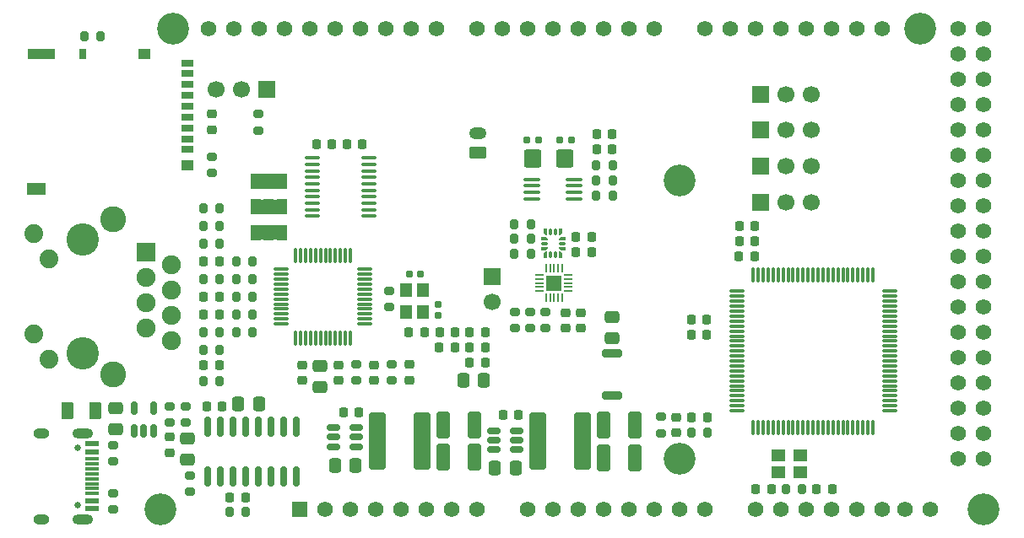
<source format=gbr>
%TF.GenerationSoftware,KiCad,Pcbnew,9.0.2*%
%TF.CreationDate,2025-05-22T22:55:18-04:00*%
%TF.ProjectId,ArduinoMega_Ethernet,41726475-696e-46f4-9d65-67615f457468,rev?*%
%TF.SameCoordinates,Original*%
%TF.FileFunction,Soldermask,Top*%
%TF.FilePolarity,Negative*%
%FSLAX46Y46*%
G04 Gerber Fmt 4.6, Leading zero omitted, Abs format (unit mm)*
G04 Created by KiCad (PCBNEW 9.0.2) date 2025-05-22 22:55:18*
%MOMM*%
%LPD*%
G01*
G04 APERTURE LIST*
G04 Aperture macros list*
%AMRoundRect*
0 Rectangle with rounded corners*
0 $1 Rounding radius*
0 $2 $3 $4 $5 $6 $7 $8 $9 X,Y pos of 4 corners*
0 Add a 4 corners polygon primitive as box body*
4,1,4,$2,$3,$4,$5,$6,$7,$8,$9,$2,$3,0*
0 Add four circle primitives for the rounded corners*
1,1,$1+$1,$2,$3*
1,1,$1+$1,$4,$5*
1,1,$1+$1,$6,$7*
1,1,$1+$1,$8,$9*
0 Add four rect primitives between the rounded corners*
20,1,$1+$1,$2,$3,$4,$5,0*
20,1,$1+$1,$4,$5,$6,$7,0*
20,1,$1+$1,$6,$7,$8,$9,0*
20,1,$1+$1,$8,$9,$2,$3,0*%
%AMFreePoly0*
4,1,19,0.079643,0.182453,0.084467,0.178033,0.290533,-0.028033,0.312215,-0.074529,0.312500,-0.081066,0.312500,-0.125000,0.294953,-0.173209,0.250524,-0.198861,0.237500,-0.200000,-0.237500,-0.200000,-0.285709,-0.182453,-0.311361,-0.138024,-0.312500,-0.125000,-0.312500,0.125000,-0.294953,0.173209,-0.250524,0.198861,-0.237500,0.200000,0.031434,0.200000,0.079643,0.182453,0.079643,0.182453,
$1*%
%AMFreePoly1*
4,1,19,0.285709,0.182453,0.311361,0.138024,0.312500,0.125000,0.312500,0.081066,0.294953,0.032857,0.290533,0.028033,0.084467,-0.178033,0.037971,-0.199715,0.031434,-0.200000,-0.237500,-0.200000,-0.285709,-0.182453,-0.311361,-0.138024,-0.312500,-0.125000,-0.312500,0.125000,-0.294953,0.173209,-0.250524,0.198861,-0.237500,0.200000,0.237500,0.200000,0.285709,0.182453,0.285709,0.182453,
$1*%
%AMFreePoly2*
4,1,19,0.173209,0.294953,0.198861,0.250524,0.200000,0.237500,0.200000,-0.237500,0.182453,-0.285709,0.138024,-0.311361,0.125000,-0.312500,-0.125000,-0.312500,-0.173209,-0.294953,-0.198861,-0.250524,-0.200000,-0.237500,-0.200000,0.031434,-0.182453,0.079643,-0.178033,0.084467,0.028033,0.290533,0.074529,0.312215,0.081066,0.312500,0.125000,0.312500,0.173209,0.294953,0.173209,0.294953,
$1*%
%AMFreePoly3*
4,1,19,-0.032857,0.294953,-0.028033,0.290533,0.178033,0.084467,0.199715,0.037971,0.200000,0.031434,0.200000,-0.237500,0.182453,-0.285709,0.138024,-0.311361,0.125000,-0.312500,-0.125000,-0.312500,-0.173209,-0.294953,-0.198861,-0.250524,-0.200000,-0.237500,-0.200000,0.237500,-0.182453,0.285709,-0.138024,0.311361,-0.125000,0.312500,-0.081066,0.312500,-0.032857,0.294953,-0.032857,0.294953,
$1*%
%AMFreePoly4*
4,1,19,0.285709,0.182453,0.311361,0.138024,0.312500,0.125000,0.312500,-0.125000,0.294953,-0.173209,0.250524,-0.198861,0.237500,-0.200000,-0.031434,-0.200000,-0.079643,-0.182453,-0.084467,-0.178033,-0.290533,0.028033,-0.312215,0.074529,-0.312500,0.081066,-0.312500,0.125000,-0.294953,0.173209,-0.250524,0.198861,-0.237500,0.200000,0.237500,0.200000,0.285709,0.182453,0.285709,0.182453,
$1*%
%AMFreePoly5*
4,1,19,0.285709,0.182453,0.311361,0.138024,0.312500,0.125000,0.312500,-0.125000,0.294953,-0.173209,0.250524,-0.198861,0.237500,-0.200000,-0.237500,-0.200000,-0.285709,-0.182453,-0.311361,-0.138024,-0.312500,-0.125000,-0.312500,-0.081066,-0.294953,-0.032857,-0.290533,-0.028033,-0.084467,0.178033,-0.037971,0.199715,-0.031434,0.200000,0.237500,0.200000,0.285709,0.182453,0.285709,0.182453,
$1*%
%AMFreePoly6*
4,1,19,0.173209,0.294953,0.198861,0.250524,0.200000,0.237500,0.200000,-0.031434,0.182453,-0.079643,0.178033,-0.084467,-0.028033,-0.290533,-0.074529,-0.312215,-0.081066,-0.312500,-0.125000,-0.312500,-0.173209,-0.294953,-0.198861,-0.250524,-0.200000,-0.237500,-0.200000,0.237500,-0.182453,0.285709,-0.138024,0.311361,-0.125000,0.312500,0.125000,0.312500,0.173209,0.294953,0.173209,0.294953,
$1*%
%AMFreePoly7*
4,1,19,0.173209,0.294953,0.198861,0.250524,0.200000,0.237500,0.200000,-0.237500,0.182453,-0.285709,0.138024,-0.311361,0.125000,-0.312500,0.081066,-0.312500,0.032857,-0.294953,0.028033,-0.290533,-0.178033,-0.084467,-0.199715,-0.037971,-0.200000,-0.031434,-0.200000,0.237500,-0.182453,0.285709,-0.138024,0.311361,-0.125000,0.312500,0.125000,0.312500,0.173209,0.294953,0.173209,0.294953,
$1*%
G04 Aperture macros list end*
%ADD10RoundRect,0.250000X-0.600000X-2.600000X0.600000X-2.600000X0.600000X2.600000X-0.600000X2.600000X0*%
%ADD11RoundRect,0.155000X-0.155000X0.212500X-0.155000X-0.212500X0.155000X-0.212500X0.155000X0.212500X0*%
%ADD12RoundRect,0.155000X0.212500X0.155000X-0.212500X0.155000X-0.212500X-0.155000X0.212500X-0.155000X0*%
%ADD13RoundRect,0.155000X-0.212500X-0.155000X0.212500X-0.155000X0.212500X0.155000X-0.212500X0.155000X0*%
%ADD14RoundRect,0.200000X0.200000X0.275000X-0.200000X0.275000X-0.200000X-0.275000X0.200000X-0.275000X0*%
%ADD15RoundRect,0.050000X-0.050000X0.375000X-0.050000X-0.375000X0.050000X-0.375000X0.050000X0.375000X0*%
%ADD16RoundRect,0.050000X-0.375000X0.050000X-0.375000X-0.050000X0.375000X-0.050000X0.375000X0.050000X0*%
%ADD17R,1.650000X1.650000*%
%ADD18RoundRect,0.200000X0.275000X-0.200000X0.275000X0.200000X-0.275000X0.200000X-0.275000X-0.200000X0*%
%ADD19RoundRect,0.218750X0.256250X-0.218750X0.256250X0.218750X-0.256250X0.218750X-0.256250X-0.218750X0*%
%ADD20RoundRect,0.100000X-0.637500X-0.100000X0.637500X-0.100000X0.637500X0.100000X-0.637500X0.100000X0*%
%ADD21R,1.700000X1.700000*%
%ADD22C,1.700000*%
%ADD23RoundRect,0.225000X0.225000X0.250000X-0.225000X0.250000X-0.225000X-0.250000X0.225000X-0.250000X0*%
%ADD24RoundRect,0.200000X-0.200000X-0.275000X0.200000X-0.275000X0.200000X0.275000X-0.200000X0.275000X0*%
%ADD25RoundRect,0.250000X-0.412500X-1.100000X0.412500X-1.100000X0.412500X1.100000X-0.412500X1.100000X0*%
%ADD26R,1.000000X1.500000*%
%ADD27RoundRect,0.075000X-0.662500X-0.075000X0.662500X-0.075000X0.662500X0.075000X-0.662500X0.075000X0*%
%ADD28RoundRect,0.075000X-0.075000X-0.662500X0.075000X-0.662500X0.075000X0.662500X-0.075000X0.662500X0*%
%ADD29RoundRect,0.250000X0.625000X-0.350000X0.625000X0.350000X-0.625000X0.350000X-0.625000X-0.350000X0*%
%ADD30O,1.750000X1.200000*%
%ADD31RoundRect,0.225000X-0.225000X-0.250000X0.225000X-0.250000X0.225000X0.250000X-0.225000X0.250000X0*%
%ADD32RoundRect,0.150000X0.150000X-0.512500X0.150000X0.512500X-0.150000X0.512500X-0.150000X-0.512500X0*%
%ADD33FreePoly0,90.000000*%
%ADD34RoundRect,0.100000X0.100000X-0.212500X0.100000X0.212500X-0.100000X0.212500X-0.100000X-0.212500X0*%
%ADD35FreePoly1,90.000000*%
%ADD36FreePoly2,90.000000*%
%ADD37RoundRect,0.100000X0.212500X-0.100000X0.212500X0.100000X-0.212500X0.100000X-0.212500X-0.100000X0*%
%ADD38FreePoly3,90.000000*%
%ADD39FreePoly4,90.000000*%
%ADD40FreePoly5,90.000000*%
%ADD41FreePoly6,90.000000*%
%ADD42FreePoly7,90.000000*%
%ADD43RoundRect,0.225000X0.250000X-0.225000X0.250000X0.225000X-0.250000X0.225000X-0.250000X-0.225000X0*%
%ADD44RoundRect,0.225000X-0.250000X0.225000X-0.250000X-0.225000X0.250000X-0.225000X0.250000X0.225000X0*%
%ADD45RoundRect,0.250000X-0.475000X0.337500X-0.475000X-0.337500X0.475000X-0.337500X0.475000X0.337500X0*%
%ADD46RoundRect,0.250000X0.475000X-0.337500X0.475000X0.337500X-0.475000X0.337500X-0.475000X-0.337500X0*%
%ADD47RoundRect,0.218750X-0.218750X-0.256250X0.218750X-0.256250X0.218750X0.256250X-0.218750X0.256250X0*%
%ADD48RoundRect,0.200000X-0.275000X0.200000X-0.275000X-0.200000X0.275000X-0.200000X0.275000X0.200000X0*%
%ADD49R,1.200000X1.400000*%
%ADD50RoundRect,0.200000X-0.800000X0.200000X-0.800000X-0.200000X0.800000X-0.200000X0.800000X0.200000X0*%
%ADD51RoundRect,0.250000X-0.337500X-0.475000X0.337500X-0.475000X0.337500X0.475000X-0.337500X0.475000X0*%
%ADD52C,3.250000*%
%ADD53C,2.600000*%
%ADD54C,1.890000*%
%ADD55R,1.900000X1.900000*%
%ADD56C,1.900000*%
%ADD57RoundRect,0.150000X0.150000X-0.825000X0.150000X0.825000X-0.150000X0.825000X-0.150000X-0.825000X0*%
%ADD58RoundRect,0.250000X0.337500X0.475000X-0.337500X0.475000X-0.337500X-0.475000X0.337500X-0.475000X0*%
%ADD59R,1.200000X0.700000*%
%ADD60R,0.800000X1.000000*%
%ADD61R,1.200000X1.000000*%
%ADD62R,2.800000X1.000000*%
%ADD63R,1.900000X1.300000*%
%ADD64RoundRect,0.150000X-0.512500X-0.150000X0.512500X-0.150000X0.512500X0.150000X-0.512500X0.150000X0*%
%ADD65RoundRect,0.100000X-0.712500X-0.100000X0.712500X-0.100000X0.712500X0.100000X-0.712500X0.100000X0*%
%ADD66C,3.200000*%
%ADD67C,1.562000*%
%ADD68RoundRect,0.102000X0.679000X-0.679000X0.679000X0.679000X-0.679000X0.679000X-0.679000X-0.679000X0*%
%ADD69C,0.650000*%
%ADD70R,1.450000X0.600000*%
%ADD71R,1.450000X0.300000*%
%ADD72O,2.100000X1.000000*%
%ADD73O,1.600000X1.000000*%
%ADD74R,1.400000X1.200000*%
%ADD75RoundRect,0.250000X0.375000X0.625000X-0.375000X0.625000X-0.375000X-0.625000X0.375000X-0.625000X0*%
%ADD76RoundRect,0.250000X0.625000X0.650000X-0.625000X0.650000X-0.625000X-0.650000X0.625000X-0.650000X0*%
G04 APERTURE END LIST*
%TO.C,JP2*%
G36*
X126350000Y-85782500D02*
G01*
X127950000Y-85782500D01*
X127950000Y-87282500D01*
X126350000Y-87282500D01*
X126350000Y-85782500D01*
G37*
%TO.C,JP1*%
G36*
X126350000Y-83232500D02*
G01*
X127950000Y-83232500D01*
X127950000Y-84732500D01*
X126350000Y-84732500D01*
X126350000Y-83232500D01*
G37*
%TO.C,JP3*%
G36*
X126350000Y-80675000D02*
G01*
X127950000Y-80675000D01*
X127950000Y-82175000D01*
X126350000Y-82175000D01*
X126350000Y-80675000D01*
G37*
%TD*%
D10*
%TO.C,L2*%
X154100000Y-107500000D03*
X158600000Y-107500000D03*
%TD*%
%TO.C,L1*%
X138050000Y-107500000D03*
X142550000Y-107500000D03*
%TD*%
D11*
%TO.C,C30*%
X144100000Y-93765000D03*
X144100000Y-94900000D03*
%TD*%
D12*
%TO.C,C28*%
X142367500Y-90700000D03*
X141232500Y-90700000D03*
%TD*%
D13*
%TO.C,C45*%
X153032500Y-77300000D03*
X154167500Y-77300000D03*
%TD*%
D12*
%TO.C,C44*%
X157467500Y-77300000D03*
X156332500Y-77300000D03*
%TD*%
D14*
%TO.C,R27*%
X125532000Y-89428000D03*
X123882000Y-89428000D03*
%TD*%
D15*
%TO.C,U7*%
X156558000Y-90169500D03*
X156158000Y-90169500D03*
X155758000Y-90169500D03*
X155358000Y-90169500D03*
X154958000Y-90169500D03*
D16*
X154308000Y-90819500D03*
X154308000Y-91219500D03*
X154308000Y-91619500D03*
X154308000Y-92019500D03*
X154308000Y-92419500D03*
D15*
X154958000Y-93069500D03*
X155358000Y-93069500D03*
X155758000Y-93069500D03*
X156158000Y-93069500D03*
X156558000Y-93069500D03*
D16*
X157208000Y-92419500D03*
X157208000Y-92019500D03*
X157208000Y-91619500D03*
X157208000Y-91219500D03*
X157208000Y-90819500D03*
D17*
X155758000Y-91619500D03*
%TD*%
D18*
%TO.C,R38*%
X151825600Y-96175000D03*
X151825600Y-94525000D03*
%TD*%
D19*
%TO.C,D5*%
X137661000Y-101417000D03*
X137661000Y-99842000D03*
%TD*%
D20*
%TO.C,U10*%
X131475000Y-79050000D03*
X131475000Y-79700000D03*
X131475000Y-80350000D03*
X131475000Y-81000000D03*
X131475000Y-81650000D03*
X131475000Y-82300000D03*
X131475000Y-82950000D03*
X131475000Y-83600000D03*
X131475000Y-84250000D03*
X131475000Y-84900000D03*
X137200000Y-84900000D03*
X137200000Y-84250000D03*
X137200000Y-83600000D03*
X137200000Y-82950000D03*
X137200000Y-82300000D03*
X137200000Y-81650000D03*
X137200000Y-81000000D03*
X137200000Y-80350000D03*
X137200000Y-79700000D03*
X137200000Y-79050000D03*
%TD*%
D21*
%TO.C,J3*%
X176475000Y-79900000D03*
D22*
X179015000Y-79900000D03*
X181555000Y-79900000D03*
%TD*%
D23*
%TO.C,C14*%
X122475000Y-104050000D03*
X120925000Y-104050000D03*
%TD*%
D24*
%TO.C,R25*%
X120580000Y-87650000D03*
X122230000Y-87650000D03*
%TD*%
D14*
%TO.C,R24*%
X122230000Y-98318000D03*
X120580000Y-98318000D03*
%TD*%
D24*
%TO.C,R23*%
X120580000Y-85872000D03*
X122230000Y-85872000D03*
%TD*%
D25*
%TO.C,C31*%
X144675000Y-105850000D03*
X147800000Y-105850000D03*
%TD*%
D24*
%TO.C,R31*%
X151775000Y-87200000D03*
X153425000Y-87200000D03*
%TD*%
D14*
%TO.C,R18*%
X122230000Y-84094000D03*
X120580000Y-84094000D03*
%TD*%
D26*
%TO.C,JP2*%
X125850000Y-86532500D03*
X127150000Y-86532500D03*
X128450000Y-86532500D03*
%TD*%
D27*
%TO.C,U4*%
X128418500Y-90234000D03*
X128418500Y-90734000D03*
X128418500Y-91234000D03*
X128418500Y-91734000D03*
X128418500Y-92234000D03*
X128418500Y-92734000D03*
X128418500Y-93234000D03*
X128418500Y-93734000D03*
X128418500Y-94234000D03*
X128418500Y-94734000D03*
X128418500Y-95234000D03*
X128418500Y-95734000D03*
D28*
X129831000Y-97146500D03*
X130331000Y-97146500D03*
X130831000Y-97146500D03*
X131331000Y-97146500D03*
X131831000Y-97146500D03*
X132331000Y-97146500D03*
X132831000Y-97146500D03*
X133331000Y-97146500D03*
X133831000Y-97146500D03*
X134331000Y-97146500D03*
X134831000Y-97146500D03*
X135331000Y-97146500D03*
D27*
X136743500Y-95734000D03*
X136743500Y-95234000D03*
X136743500Y-94734000D03*
X136743500Y-94234000D03*
X136743500Y-93734000D03*
X136743500Y-93234000D03*
X136743500Y-92734000D03*
X136743500Y-92234000D03*
X136743500Y-91734000D03*
X136743500Y-91234000D03*
X136743500Y-90734000D03*
X136743500Y-90234000D03*
D28*
X135331000Y-88821500D03*
X134831000Y-88821500D03*
X134331000Y-88821500D03*
X133831000Y-88821500D03*
X133331000Y-88821500D03*
X132831000Y-88821500D03*
X132331000Y-88821500D03*
X131831000Y-88821500D03*
X131331000Y-88821500D03*
X130831000Y-88821500D03*
X130331000Y-88821500D03*
X129831000Y-88821500D03*
%TD*%
D29*
%TO.C,BT1*%
X148125000Y-78550000D03*
D30*
X148125000Y-76550000D03*
%TD*%
D19*
%TO.C,D3*%
X141217000Y-101391500D03*
X141217000Y-99816500D03*
%TD*%
D23*
%TO.C,C3*%
X183648000Y-112288000D03*
X182098000Y-112288000D03*
%TD*%
D31*
%TO.C,C11*%
X123250000Y-113125000D03*
X124800000Y-113125000D03*
%TD*%
D32*
%TO.C,U8*%
X113662500Y-106487500D03*
X114612500Y-106487500D03*
X115562500Y-106487500D03*
X115562500Y-104212500D03*
X113662500Y-104212500D03*
%TD*%
D31*
%TO.C,C2*%
X169550000Y-105100000D03*
X171100000Y-105100000D03*
%TD*%
D18*
%TO.C,R9*%
X121475000Y-80600000D03*
X121475000Y-78950000D03*
%TD*%
D31*
%TO.C,C9*%
X174325500Y-85872000D03*
X175875500Y-85872000D03*
%TD*%
D23*
%TO.C,C20*%
X159525000Y-88500000D03*
X157975000Y-88500000D03*
%TD*%
D24*
%TO.C,R12*%
X123200000Y-114625000D03*
X124850000Y-114625000D03*
%TD*%
D33*
%TO.C,U3*%
X154925000Y-88812500D03*
D34*
X155425000Y-88812500D03*
X155925000Y-88812500D03*
D35*
X156425000Y-88812500D03*
D36*
X156587500Y-88150000D03*
D37*
X156587500Y-87650000D03*
D38*
X156587500Y-87150000D03*
D39*
X156425000Y-86487500D03*
D34*
X155925000Y-86487500D03*
X155425000Y-86487500D03*
D40*
X154925000Y-86487500D03*
D41*
X154762500Y-87150000D03*
D37*
X154762500Y-87650000D03*
D42*
X154762500Y-88150000D03*
%TD*%
D43*
%TO.C,C1*%
X168025000Y-106650000D03*
X168025000Y-105100000D03*
%TD*%
D14*
%TO.C,R21*%
X125532000Y-96540000D03*
X123882000Y-96540000D03*
%TD*%
D44*
%TO.C,C22*%
X134105000Y-99829000D03*
X134105000Y-101379000D03*
%TD*%
D26*
%TO.C,JP1*%
X125850000Y-83982500D03*
X127150000Y-83982500D03*
X128450000Y-83982500D03*
%TD*%
D23*
%TO.C,C47*%
X152175000Y-104900000D03*
X150625000Y-104900000D03*
%TD*%
D24*
%TO.C,R6*%
X151775000Y-85750000D03*
X153425000Y-85750000D03*
%TD*%
D31*
%TO.C,C19*%
X120625000Y-99900000D03*
X122175000Y-99900000D03*
%TD*%
D45*
%TO.C,C38*%
X119025000Y-107250000D03*
X119025000Y-109325000D03*
%TD*%
D14*
%TO.C,R20*%
X122230000Y-101450000D03*
X120580000Y-101450000D03*
%TD*%
%TO.C,R15*%
X161650000Y-82875000D03*
X160000000Y-82875000D03*
%TD*%
D46*
%TO.C,C13*%
X111775000Y-106275000D03*
X111775000Y-104200000D03*
%TD*%
D31*
%TO.C,C27*%
X147300000Y-99588000D03*
X148850000Y-99588000D03*
%TD*%
D21*
%TO.C,J2*%
X126965000Y-72200000D03*
D22*
X124425000Y-72200000D03*
X121885000Y-72200000D03*
%TD*%
D47*
%TO.C,FB1*%
X174313000Y-88920000D03*
X175888000Y-88920000D03*
%TD*%
D14*
%TO.C,R10*%
X110292000Y-66822000D03*
X108642000Y-66822000D03*
%TD*%
D48*
%TO.C,R4*%
X111525000Y-107875000D03*
X111525000Y-109525000D03*
%TD*%
D44*
%TO.C,C37*%
X117225000Y-107100000D03*
X117225000Y-108650000D03*
%TD*%
D18*
%TO.C,R34*%
X139185000Y-94063000D03*
X139185000Y-92413000D03*
%TD*%
D31*
%TO.C,C29*%
X147300000Y-98064000D03*
X148850000Y-98064000D03*
%TD*%
D49*
%TO.C,Y2*%
X142649511Y-94516511D03*
X142649511Y-92316511D03*
X140949511Y-92316511D03*
X140949511Y-94516511D03*
%TD*%
D24*
%TO.C,R32*%
X151775000Y-88700000D03*
X153425000Y-88700000D03*
%TD*%
D45*
%TO.C,C21*%
X132300000Y-99975000D03*
X132300000Y-102050000D03*
%TD*%
D23*
%TO.C,C16*%
X122180000Y-92984000D03*
X120630000Y-92984000D03*
%TD*%
D18*
%TO.C,R40*%
X154924400Y-96175000D03*
X154924400Y-94525000D03*
%TD*%
D21*
%TO.C,J6*%
X176485000Y-76250000D03*
D22*
X179025000Y-76250000D03*
X181565000Y-76250000D03*
%TD*%
D50*
%TO.C,SW1*%
X161550000Y-98700000D03*
X161550000Y-102900000D03*
%TD*%
D44*
%TO.C,C40*%
X156885000Y-94575000D03*
X156885000Y-96125000D03*
%TD*%
D14*
%TO.C,R30*%
X125532000Y-94762000D03*
X123882000Y-94762000D03*
%TD*%
D24*
%TO.C,R1*%
X169500000Y-106624000D03*
X171150000Y-106624000D03*
%TD*%
D48*
%TO.C,R7*%
X117225000Y-103975000D03*
X117225000Y-105625000D03*
%TD*%
D31*
%TO.C,C34*%
X147300000Y-96540000D03*
X148850000Y-96540000D03*
%TD*%
D23*
%TO.C,C24*%
X136175000Y-104600000D03*
X134625000Y-104600000D03*
%TD*%
D25*
%TO.C,C49*%
X160731750Y-109168250D03*
X163856750Y-109168250D03*
%TD*%
D14*
%TO.C,R14*%
X161625000Y-81325000D03*
X159975000Y-81325000D03*
%TD*%
D25*
%TO.C,C48*%
X160731750Y-105868250D03*
X163856750Y-105868250D03*
%TD*%
D51*
%TO.C,C36*%
X146650000Y-101350000D03*
X148725000Y-101350000D03*
%TD*%
D52*
%TO.C,J1*%
X108481000Y-87269000D03*
X108481000Y-98699000D03*
D53*
X111531000Y-85209000D03*
X111531000Y-100759000D03*
D54*
X105101000Y-99309000D03*
X103581000Y-96769000D03*
X105101000Y-89199000D03*
X103581000Y-86659000D03*
D55*
X114821000Y-88539000D03*
D56*
X117361000Y-89809000D03*
X114821000Y-91079000D03*
X117361000Y-92349000D03*
X114821000Y-93619000D03*
X117361000Y-94889000D03*
X114821000Y-96159000D03*
X117361000Y-97429000D03*
%TD*%
D14*
%TO.C,R28*%
X125532000Y-91206000D03*
X123882000Y-91206000D03*
%TD*%
D31*
%TO.C,C4*%
X176002000Y-112288000D03*
X177552000Y-112288000D03*
%TD*%
D23*
%TO.C,C6*%
X171062000Y-95270000D03*
X169512000Y-95270000D03*
%TD*%
D57*
%TO.C,U2*%
X120980000Y-111025000D03*
X122250000Y-111025000D03*
X123520000Y-111025000D03*
X124790000Y-111025000D03*
X126060000Y-111025000D03*
X127330000Y-111025000D03*
X128600000Y-111025000D03*
X129870000Y-111025000D03*
X129870000Y-106075000D03*
X128600000Y-106075000D03*
X127330000Y-106075000D03*
X126060000Y-106075000D03*
X124790000Y-106075000D03*
X123520000Y-106075000D03*
X122250000Y-106075000D03*
X120980000Y-106075000D03*
%TD*%
D14*
%TO.C,R26*%
X122230000Y-96540000D03*
X120580000Y-96540000D03*
%TD*%
D48*
%TO.C,R8*%
X118775000Y-103975000D03*
X118775000Y-105625000D03*
%TD*%
D14*
%TO.C,R22*%
X122230000Y-91206000D03*
X120580000Y-91206000D03*
%TD*%
D48*
%TO.C,R19*%
X139439000Y-99779000D03*
X139439000Y-101429000D03*
%TD*%
D21*
%TO.C,J4*%
X176475000Y-83525000D03*
D22*
X179015000Y-83525000D03*
X181555000Y-83525000D03*
%TD*%
D48*
%TO.C,R13*%
X126075000Y-74675000D03*
X126075000Y-76325000D03*
%TD*%
D18*
%TO.C,R5*%
X111499000Y-114383000D03*
X111499000Y-112733000D03*
%TD*%
D58*
%TO.C,C10*%
X126175000Y-103800000D03*
X124100000Y-103800000D03*
%TD*%
D31*
%TO.C,C32*%
X144252000Y-98064000D03*
X145802000Y-98064000D03*
%TD*%
%TO.C,C26*%
X141204000Y-96540000D03*
X142754000Y-96540000D03*
%TD*%
D23*
%TO.C,C7*%
X171075000Y-96794000D03*
X169525000Y-96794000D03*
%TD*%
D14*
%TO.C,R3*%
X180650000Y-112288000D03*
X179000000Y-112288000D03*
%TD*%
D44*
%TO.C,C41*%
X158425000Y-94575000D03*
X158425000Y-96125000D03*
%TD*%
D51*
%TO.C,C35*%
X149825000Y-110200000D03*
X151900000Y-110200000D03*
%TD*%
D59*
%TO.C,J11*%
X118970000Y-78233000D03*
X118970000Y-77133000D03*
X118970000Y-76033000D03*
X118970000Y-74933000D03*
X118970000Y-73833000D03*
X118970000Y-72733000D03*
X118970000Y-71633000D03*
X118970000Y-70533000D03*
X118970000Y-69583000D03*
D60*
X108470000Y-68633000D03*
D61*
X114670000Y-68633000D03*
D62*
X104320000Y-68633000D03*
D61*
X118970000Y-79783000D03*
D63*
X103870000Y-82133000D03*
%TD*%
D43*
%TO.C,C12*%
X121475000Y-76225000D03*
X121475000Y-74675000D03*
%TD*%
D64*
%TO.C,U6*%
X133650000Y-106150000D03*
X133650000Y-107100000D03*
X133650000Y-108050000D03*
X135925000Y-108050000D03*
X135925000Y-107100000D03*
X135925000Y-106150000D03*
%TD*%
D23*
%TO.C,C46*%
X136500000Y-77650000D03*
X134950000Y-77650000D03*
%TD*%
D21*
%TO.C,J5*%
X176485000Y-72650000D03*
D22*
X179025000Y-72650000D03*
X181565000Y-72650000D03*
%TD*%
D48*
%TO.C,R17*%
X135883000Y-99779000D03*
X135883000Y-101429000D03*
%TD*%
D31*
%TO.C,C43*%
X160025000Y-76665000D03*
X161575000Y-76665000D03*
%TD*%
%TO.C,C39*%
X131925000Y-77650000D03*
X133475000Y-77650000D03*
%TD*%
D65*
%TO.C,U9*%
X153512500Y-81200000D03*
X153512500Y-81850000D03*
X153512500Y-82500000D03*
X153512500Y-83150000D03*
X157737500Y-83150000D03*
X157737500Y-82500000D03*
X157737500Y-81850000D03*
X157737500Y-81200000D03*
%TD*%
D66*
%TO.C,A1*%
X116300000Y-114335000D03*
X198850000Y-114335000D03*
X168370000Y-109255000D03*
X168370000Y-81315000D03*
X117570000Y-66075000D03*
X192500000Y-66075000D03*
D67*
X165830000Y-66075000D03*
X163290000Y-66075000D03*
X160750000Y-66075000D03*
X158210000Y-66075000D03*
X137890000Y-114335000D03*
X155670000Y-66075000D03*
X153130000Y-66075000D03*
X140430000Y-114335000D03*
X196310000Y-66075000D03*
X198850000Y-66075000D03*
X150590000Y-66075000D03*
X148050000Y-66075000D03*
X143986000Y-66075000D03*
X141446000Y-66075000D03*
X138906000Y-66075000D03*
X136366000Y-66075000D03*
X133826000Y-66075000D03*
X131286000Y-66075000D03*
X170910000Y-66075000D03*
X173450000Y-66075000D03*
X175990000Y-66075000D03*
X178530000Y-66075000D03*
X181070000Y-66075000D03*
X183610000Y-66075000D03*
X186150000Y-66075000D03*
X188690000Y-66075000D03*
X196310000Y-68615000D03*
X198850000Y-68615000D03*
X196310000Y-71155000D03*
X198850000Y-71155000D03*
X196310000Y-73695000D03*
X198850000Y-73695000D03*
X196310000Y-76235000D03*
X198850000Y-76235000D03*
X196310000Y-78775000D03*
X198850000Y-78775000D03*
X196310000Y-81315000D03*
X198850000Y-81315000D03*
X196310000Y-83855000D03*
X198850000Y-83855000D03*
X196310000Y-86395000D03*
X198850000Y-86395000D03*
X196310000Y-88935000D03*
X198850000Y-88935000D03*
X196310000Y-91475000D03*
X198850000Y-91475000D03*
X196310000Y-94015000D03*
X198850000Y-94015000D03*
X196310000Y-96555000D03*
X198850000Y-96555000D03*
X196310000Y-99095000D03*
X198850000Y-99095000D03*
X196310000Y-101635000D03*
X198850000Y-101635000D03*
X196310000Y-104175000D03*
X198850000Y-104175000D03*
X196310000Y-106715000D03*
X198850000Y-106715000D03*
X153130000Y-114335000D03*
X155670000Y-114335000D03*
X158210000Y-114335000D03*
X160750000Y-114335000D03*
X163290000Y-114335000D03*
X165830000Y-114335000D03*
X168370000Y-114335000D03*
X170910000Y-114335000D03*
X175990000Y-114335000D03*
X178530000Y-114335000D03*
X181070000Y-114335000D03*
X183610000Y-114335000D03*
X186150000Y-114335000D03*
X188690000Y-114335000D03*
X190976000Y-114335000D03*
X193516000Y-114335000D03*
X126206000Y-66075000D03*
X142970000Y-114335000D03*
X145510000Y-114335000D03*
X128746000Y-66075000D03*
X196310000Y-109255000D03*
X198850000Y-109255000D03*
X132810000Y-114335000D03*
D68*
X130270000Y-114335000D03*
D67*
X135350000Y-114335000D03*
X121126000Y-66075000D03*
X123666000Y-66075000D03*
X148050000Y-114335000D03*
%TD*%
D19*
%TO.C,FB2*%
X130462500Y-101417000D03*
X130462500Y-99842000D03*
%TD*%
D18*
%TO.C,R39*%
X153375000Y-96175000D03*
X153375000Y-94525000D03*
%TD*%
D51*
%TO.C,C23*%
X133762500Y-109900000D03*
X135837500Y-109900000D03*
%TD*%
D31*
%TO.C,C8*%
X174325500Y-87396000D03*
X175875500Y-87396000D03*
%TD*%
%TO.C,C17*%
X120630000Y-89428000D03*
X122180000Y-89428000D03*
%TD*%
D25*
%TO.C,C33*%
X144675000Y-109125000D03*
X147800000Y-109125000D03*
%TD*%
D48*
%TO.C,R2*%
X166475000Y-105050000D03*
X166475000Y-106700000D03*
%TD*%
D46*
%TO.C,C5*%
X161550000Y-97142500D03*
X161550000Y-95067500D03*
%TD*%
D18*
%TO.C,R11*%
X119275000Y-112575000D03*
X119275000Y-110925000D03*
%TD*%
D27*
%TO.C,U1*%
X174067500Y-92445000D03*
X174067500Y-92945000D03*
X174067500Y-93445000D03*
X174067500Y-93945000D03*
X174067500Y-94445000D03*
X174067500Y-94945000D03*
X174067500Y-95445000D03*
X174067500Y-95945000D03*
X174067500Y-96445000D03*
X174067500Y-96945000D03*
X174067500Y-97445000D03*
X174067500Y-97945000D03*
X174067500Y-98445000D03*
X174067500Y-98945000D03*
X174067500Y-99445000D03*
X174067500Y-99945000D03*
X174067500Y-100445000D03*
X174067500Y-100945000D03*
X174067500Y-101445000D03*
X174067500Y-101945000D03*
X174067500Y-102445000D03*
X174067500Y-102945000D03*
X174067500Y-103445000D03*
X174067500Y-103945000D03*
X174067500Y-104445000D03*
D28*
X175730000Y-106107500D03*
X176230000Y-106107500D03*
X176730000Y-106107500D03*
X177230000Y-106107500D03*
X177730000Y-106107500D03*
X178230000Y-106107500D03*
X178730000Y-106107500D03*
X179230000Y-106107500D03*
X179730000Y-106107500D03*
X180230000Y-106107500D03*
X180730000Y-106107500D03*
X181230000Y-106107500D03*
X181730000Y-106107500D03*
X182230000Y-106107500D03*
X182730000Y-106107500D03*
X183230000Y-106107500D03*
X183730000Y-106107500D03*
X184230000Y-106107500D03*
X184730000Y-106107500D03*
X185230000Y-106107500D03*
X185730000Y-106107500D03*
X186230000Y-106107500D03*
X186730000Y-106107500D03*
X187230000Y-106107500D03*
X187730000Y-106107500D03*
D27*
X189392500Y-104445000D03*
X189392500Y-103945000D03*
X189392500Y-103445000D03*
X189392500Y-102945000D03*
X189392500Y-102445000D03*
X189392500Y-101945000D03*
X189392500Y-101445000D03*
X189392500Y-100945000D03*
X189392500Y-100445000D03*
X189392500Y-99945000D03*
X189392500Y-99445000D03*
X189392500Y-98945000D03*
X189392500Y-98445000D03*
X189392500Y-97945000D03*
X189392500Y-97445000D03*
X189392500Y-96945000D03*
X189392500Y-96445000D03*
X189392500Y-95945000D03*
X189392500Y-95445000D03*
X189392500Y-94945000D03*
X189392500Y-94445000D03*
X189392500Y-93945000D03*
X189392500Y-93445000D03*
X189392500Y-92945000D03*
X189392500Y-92445000D03*
D28*
X187730000Y-90782500D03*
X187230000Y-90782500D03*
X186730000Y-90782500D03*
X186230000Y-90782500D03*
X185730000Y-90782500D03*
X185230000Y-90782500D03*
X184730000Y-90782500D03*
X184230000Y-90782500D03*
X183730000Y-90782500D03*
X183230000Y-90782500D03*
X182730000Y-90782500D03*
X182230000Y-90782500D03*
X181730000Y-90782500D03*
X181230000Y-90782500D03*
X180730000Y-90782500D03*
X180230000Y-90782500D03*
X179730000Y-90782500D03*
X179230000Y-90782500D03*
X178730000Y-90782500D03*
X178230000Y-90782500D03*
X177730000Y-90782500D03*
X177230000Y-90782500D03*
X176730000Y-90782500D03*
X176230000Y-90782500D03*
X175730000Y-90782500D03*
%TD*%
D31*
%TO.C,C25*%
X144265000Y-96540000D03*
X145815000Y-96540000D03*
%TD*%
D69*
%TO.C,J9*%
X107951000Y-108128000D03*
X107951000Y-113908000D03*
D70*
X109396000Y-107768000D03*
X109396000Y-108568000D03*
D71*
X109396000Y-109768000D03*
X109396000Y-110768000D03*
X109396000Y-111268000D03*
X109396000Y-112268000D03*
D70*
X109396000Y-113468000D03*
X109396000Y-114268000D03*
X109396000Y-114268000D03*
X109396000Y-113468000D03*
D71*
X109396000Y-112768000D03*
X109396000Y-111768000D03*
X109396000Y-110268000D03*
X109396000Y-109268000D03*
D70*
X109396000Y-108568000D03*
X109396000Y-107768000D03*
D72*
X108481000Y-106698000D03*
D73*
X104301000Y-106698000D03*
D72*
X108481000Y-115338000D03*
D73*
X104301000Y-115338000D03*
%TD*%
D74*
%TO.C,Y1*%
X180417000Y-108898000D03*
X178217000Y-108898000D03*
X178217000Y-110598000D03*
X180417000Y-110598000D03*
%TD*%
D75*
%TO.C,F1*%
X109725000Y-104475000D03*
X106925000Y-104475000D03*
%TD*%
D23*
%TO.C,C18*%
X159525000Y-86976000D03*
X157975000Y-86976000D03*
%TD*%
%TO.C,C15*%
X122180000Y-94762000D03*
X120630000Y-94762000D03*
%TD*%
D31*
%TO.C,C42*%
X160025000Y-78225000D03*
X161575000Y-78225000D03*
%TD*%
D14*
%TO.C,R16*%
X161625000Y-79775000D03*
X159975000Y-79775000D03*
%TD*%
D21*
%TO.C,J7*%
X149525000Y-90950000D03*
D22*
X149525000Y-93490000D03*
%TD*%
D14*
%TO.C,R29*%
X125532000Y-92984000D03*
X123882000Y-92984000D03*
%TD*%
D26*
%TO.C,JP3*%
X125850000Y-81425000D03*
X127150000Y-81425000D03*
X128450000Y-81425000D03*
%TD*%
D76*
%TO.C,Y3*%
X156850000Y-79100000D03*
X153600000Y-79100000D03*
%TD*%
D64*
%TO.C,U5*%
X149725000Y-106450000D03*
X149725000Y-107400000D03*
X149725000Y-108350000D03*
X152000000Y-108350000D03*
X152000000Y-107400000D03*
X152000000Y-106450000D03*
%TD*%
M02*

</source>
